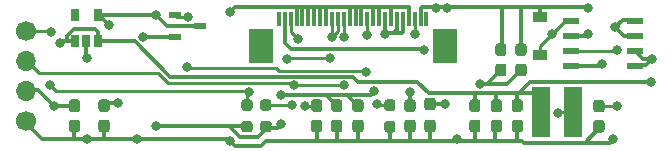
<source format=gbr>
%TF.GenerationSoftware,KiCad,Pcbnew,(5.1.9)-1*%
%TF.CreationDate,2021-03-01T22:37:49-08:00*%
%TF.ProjectId,SD1326_I2C_breakout,53443133-3236-45f4-9932-435f62726561,0.1b*%
%TF.SameCoordinates,Original*%
%TF.FileFunction,Copper,L2,Bot*%
%TF.FilePolarity,Positive*%
%FSLAX46Y46*%
G04 Gerber Fmt 4.6, Leading zero omitted, Abs format (unit mm)*
G04 Created by KiCad (PCBNEW (5.1.9)-1) date 2021-03-01 22:37:49*
%MOMM*%
%LPD*%
G01*
G04 APERTURE LIST*
%TA.AperFunction,ComponentPad*%
%ADD10C,1.700000*%
%TD*%
%TA.AperFunction,ComponentPad*%
%ADD11O,1.700000X1.700000*%
%TD*%
%TA.AperFunction,SMDPad,CuDef*%
%ADD12R,0.650000X1.060000*%
%TD*%
%TA.AperFunction,SMDPad,CuDef*%
%ADD13R,1.090000X0.610000*%
%TD*%
%TA.AperFunction,SMDPad,CuDef*%
%ADD14R,0.300000X1.250000*%
%TD*%
%TA.AperFunction,SMDPad,CuDef*%
%ADD15R,2.000000X3.000000*%
%TD*%
%TA.AperFunction,SMDPad,CuDef*%
%ADD16R,1.454899X0.532600*%
%TD*%
%TA.AperFunction,SMDPad,CuDef*%
%ADD17R,1.500000X4.200000*%
%TD*%
%TA.AperFunction,SMDPad,CuDef*%
%ADD18R,1.220000X0.910000*%
%TD*%
%TA.AperFunction,ViaPad*%
%ADD19C,0.800000*%
%TD*%
%TA.AperFunction,Conductor*%
%ADD20C,0.300000*%
%TD*%
%TA.AperFunction,Conductor*%
%ADD21C,0.250000*%
%TD*%
G04 APERTURE END LIST*
%TO.P,C13,2*%
%TO.N,GND*%
%TA.AperFunction,SMDPad,CuDef*%
G36*
G01*
X76472500Y-37815000D02*
X76947500Y-37815000D01*
G75*
G02*
X77185000Y-38052500I0J-237500D01*
G01*
X77185000Y-38652500D01*
G75*
G02*
X76947500Y-38890000I-237500J0D01*
G01*
X76472500Y-38890000D01*
G75*
G02*
X76235000Y-38652500I0J237500D01*
G01*
X76235000Y-38052500D01*
G75*
G02*
X76472500Y-37815000I237500J0D01*
G01*
G37*
%TD.AperFunction*%
%TO.P,C13,1*%
%TO.N,+3V3*%
%TA.AperFunction,SMDPad,CuDef*%
G36*
G01*
X76472500Y-36090000D02*
X76947500Y-36090000D01*
G75*
G02*
X77185000Y-36327500I0J-237500D01*
G01*
X77185000Y-36927500D01*
G75*
G02*
X76947500Y-37165000I-237500J0D01*
G01*
X76472500Y-37165000D01*
G75*
G02*
X76235000Y-36927500I0J237500D01*
G01*
X76235000Y-36327500D01*
G75*
G02*
X76472500Y-36090000I237500J0D01*
G01*
G37*
%TD.AperFunction*%
%TD*%
D10*
%TO.P,J1,4*%
%TO.N,GND*%
X70110000Y-37900000D03*
D11*
%TO.P,J1,3*%
%TO.N,+5V*%
X70110000Y-35360000D03*
%TO.P,J1,2*%
%TO.N,SCL*%
X70110000Y-32820000D03*
D10*
%TO.P,J1,1*%
%TO.N,SDA*%
X70110000Y-30280000D03*
%TD*%
D12*
%TO.P,U4,5*%
%TO.N,+3V3*%
X76160000Y-28990000D03*
%TO.P,U4,4*%
%TO.N,Net-(U4-Pad4)*%
X74260000Y-28990000D03*
%TO.P,U4,3*%
%TO.N,+5V*%
X74260000Y-31190000D03*
%TO.P,U4,2*%
%TO.N,GND*%
X75210000Y-31190000D03*
%TO.P,U4,1*%
%TO.N,+5V*%
X76160000Y-31190000D03*
%TD*%
D13*
%TO.P,U3,2*%
%TO.N,RES#*%
X82710000Y-28990000D03*
%TO.P,U3,3*%
%TO.N,+3V3*%
X84850000Y-29905000D03*
%TO.P,U3,1*%
%TO.N,GND*%
X82710000Y-30820000D03*
%TD*%
D14*
%TO.P,U2,25*%
%TO.N,+12V*%
X103510000Y-29290000D03*
%TO.P,U2,26*%
%TO.N,Net-(U2-Pad26)*%
X104010000Y-29290000D03*
%TO.P,U2,23*%
%TO.N,GND*%
X102510000Y-29290000D03*
%TO.P,U2,24*%
%TO.N,Net-(R3-Pad1)*%
X103010000Y-29290000D03*
%TO.P,U2,21*%
%TO.N,+3V3*%
X101510000Y-29290000D03*
%TO.P,U2,22*%
X102010000Y-29290000D03*
%TO.P,U2,19*%
X100510000Y-29290000D03*
%TO.P,U2,20*%
%TO.N,GND*%
X101010000Y-29290000D03*
%TO.P,U2,17*%
X99510000Y-29290000D03*
%TO.P,U2,18*%
X100010000Y-29290000D03*
%TO.P,U2,15*%
X98510000Y-29290000D03*
%TO.P,U2,16*%
%TO.N,RES#*%
X99010000Y-29290000D03*
%TO.P,U2,13*%
%TO.N,GND*%
X97510000Y-29290000D03*
%TO.P,U2,14*%
X98010000Y-29290000D03*
%TO.P,U2,11*%
%TO.N,SDA*%
X96510000Y-29290000D03*
%TO.P,U2,12*%
%TO.N,SCL*%
X97010000Y-29290000D03*
%TO.P,U2,9*%
%TO.N,GND*%
X95510000Y-29290000D03*
%TO.P,U2,10*%
%TO.N,SDA*%
X96010000Y-29290000D03*
%TO.P,U2,7*%
%TO.N,GND*%
X94510000Y-29290000D03*
%TO.P,U2,8*%
X95010000Y-29290000D03*
%TO.P,U2,5*%
X93510000Y-29290000D03*
%TO.P,U2,6*%
X94010000Y-29290000D03*
%TO.P,U2,3*%
%TO.N,Net-(C9-Pad1)*%
X92510000Y-29290000D03*
%TO.P,U2,4*%
%TO.N,GND*%
X93010000Y-29290000D03*
%TO.P,U2,1*%
%TO.N,Net-(U2-Pad1)*%
X91510000Y-29290000D03*
%TO.P,U2,2*%
%TO.N,+12V*%
X92010000Y-29290000D03*
D15*
%TO.P,U2,*%
%TO.N,*%
X89970000Y-31615000D03*
X105550000Y-31615000D03*
%TD*%
D16*
%TO.P,U1,8*%
%TO.N,Net-(D1-Pad2)*%
X116210000Y-29420000D03*
%TO.P,U1,7*%
%TO.N,+12V*%
X116210000Y-30690000D03*
%TO.P,U1,6*%
%TO.N,Net-(C6-Pad1)*%
X116210000Y-31960000D03*
%TO.P,U1,5*%
%TO.N,GND*%
X116210000Y-33230000D03*
%TO.P,U1,4*%
%TO.N,+5V*%
X121652696Y-33230000D03*
%TO.P,U1,3*%
X121652696Y-31960000D03*
%TO.P,U1,2*%
%TO.N,GND*%
X121652696Y-30690000D03*
%TO.P,U1,1*%
X121652696Y-29420000D03*
%TD*%
%TO.P,R3,2*%
%TO.N,GND*%
%TA.AperFunction,SMDPad,CuDef*%
G36*
G01*
X100672500Y-37927500D02*
X101147500Y-37927500D01*
G75*
G02*
X101385000Y-38165000I0J-237500D01*
G01*
X101385000Y-38665000D01*
G75*
G02*
X101147500Y-38902500I-237500J0D01*
G01*
X100672500Y-38902500D01*
G75*
G02*
X100435000Y-38665000I0J237500D01*
G01*
X100435000Y-38165000D01*
G75*
G02*
X100672500Y-37927500I237500J0D01*
G01*
G37*
%TD.AperFunction*%
%TO.P,R3,1*%
%TO.N,Net-(R3-Pad1)*%
%TA.AperFunction,SMDPad,CuDef*%
G36*
G01*
X100672500Y-36102500D02*
X101147500Y-36102500D01*
G75*
G02*
X101385000Y-36340000I0J-237500D01*
G01*
X101385000Y-36840000D01*
G75*
G02*
X101147500Y-37077500I-237500J0D01*
G01*
X100672500Y-37077500D01*
G75*
G02*
X100435000Y-36840000I0J237500D01*
G01*
X100435000Y-36340000D01*
G75*
G02*
X100672500Y-36102500I237500J0D01*
G01*
G37*
%TD.AperFunction*%
%TD*%
%TO.P,R2,2*%
%TO.N,+3V3*%
%TA.AperFunction,SMDPad,CuDef*%
G36*
G01*
X88572500Y-37915000D02*
X89047500Y-37915000D01*
G75*
G02*
X89285000Y-38152500I0J-237500D01*
G01*
X89285000Y-38652500D01*
G75*
G02*
X89047500Y-38890000I-237500J0D01*
G01*
X88572500Y-38890000D01*
G75*
G02*
X88335000Y-38652500I0J237500D01*
G01*
X88335000Y-38152500D01*
G75*
G02*
X88572500Y-37915000I237500J0D01*
G01*
G37*
%TD.AperFunction*%
%TO.P,R2,1*%
%TO.N,SDA*%
%TA.AperFunction,SMDPad,CuDef*%
G36*
G01*
X88572500Y-36090000D02*
X89047500Y-36090000D01*
G75*
G02*
X89285000Y-36327500I0J-237500D01*
G01*
X89285000Y-36827500D01*
G75*
G02*
X89047500Y-37065000I-237500J0D01*
G01*
X88572500Y-37065000D01*
G75*
G02*
X88335000Y-36827500I0J237500D01*
G01*
X88335000Y-36327500D01*
G75*
G02*
X88572500Y-36090000I237500J0D01*
G01*
G37*
%TD.AperFunction*%
%TD*%
%TO.P,R1,2*%
%TO.N,+3V3*%
%TA.AperFunction,SMDPad,CuDef*%
G36*
G01*
X90172500Y-37915000D02*
X90647500Y-37915000D01*
G75*
G02*
X90885000Y-38152500I0J-237500D01*
G01*
X90885000Y-38652500D01*
G75*
G02*
X90647500Y-38890000I-237500J0D01*
G01*
X90172500Y-38890000D01*
G75*
G02*
X89935000Y-38652500I0J237500D01*
G01*
X89935000Y-38152500D01*
G75*
G02*
X90172500Y-37915000I237500J0D01*
G01*
G37*
%TD.AperFunction*%
%TO.P,R1,1*%
%TO.N,SCL*%
%TA.AperFunction,SMDPad,CuDef*%
G36*
G01*
X90172500Y-36090000D02*
X90647500Y-36090000D01*
G75*
G02*
X90885000Y-36327500I0J-237500D01*
G01*
X90885000Y-36827500D01*
G75*
G02*
X90647500Y-37065000I-237500J0D01*
G01*
X90172500Y-37065000D01*
G75*
G02*
X89935000Y-36827500I0J237500D01*
G01*
X89935000Y-36327500D01*
G75*
G02*
X90172500Y-36090000I237500J0D01*
G01*
G37*
%TD.AperFunction*%
%TD*%
D17*
%TO.P,L1,1*%
%TO.N,+5V*%
X113710000Y-37190000D03*
%TO.P,L1,2*%
%TO.N,Net-(D1-Pad2)*%
X116410000Y-37190000D03*
%TD*%
D18*
%TO.P,D1,1*%
%TO.N,+12V*%
X113610000Y-29090000D03*
%TO.P,D1,2*%
%TO.N,Net-(D1-Pad2)*%
X113610000Y-32360000D03*
%TD*%
%TO.P,C12,2*%
%TO.N,GND*%
%TA.AperFunction,SMDPad,CuDef*%
G36*
G01*
X73972500Y-37815000D02*
X74447500Y-37815000D01*
G75*
G02*
X74685000Y-38052500I0J-237500D01*
G01*
X74685000Y-38652500D01*
G75*
G02*
X74447500Y-38890000I-237500J0D01*
G01*
X73972500Y-38890000D01*
G75*
G02*
X73735000Y-38652500I0J237500D01*
G01*
X73735000Y-38052500D01*
G75*
G02*
X73972500Y-37815000I237500J0D01*
G01*
G37*
%TD.AperFunction*%
%TO.P,C12,1*%
%TO.N,+5V*%
%TA.AperFunction,SMDPad,CuDef*%
G36*
G01*
X73972500Y-36090000D02*
X74447500Y-36090000D01*
G75*
G02*
X74685000Y-36327500I0J-237500D01*
G01*
X74685000Y-36927500D01*
G75*
G02*
X74447500Y-37165000I-237500J0D01*
G01*
X73972500Y-37165000D01*
G75*
G02*
X73735000Y-36927500I0J237500D01*
G01*
X73735000Y-36327500D01*
G75*
G02*
X73972500Y-36090000I237500J0D01*
G01*
G37*
%TD.AperFunction*%
%TD*%
%TO.P,C11,2*%
%TO.N,GND*%
%TA.AperFunction,SMDPad,CuDef*%
G36*
G01*
X96172500Y-37815000D02*
X96647500Y-37815000D01*
G75*
G02*
X96885000Y-38052500I0J-237500D01*
G01*
X96885000Y-38652500D01*
G75*
G02*
X96647500Y-38890000I-237500J0D01*
G01*
X96172500Y-38890000D01*
G75*
G02*
X95935000Y-38652500I0J237500D01*
G01*
X95935000Y-38052500D01*
G75*
G02*
X96172500Y-37815000I237500J0D01*
G01*
G37*
%TD.AperFunction*%
%TO.P,C11,1*%
%TO.N,+3V3*%
%TA.AperFunction,SMDPad,CuDef*%
G36*
G01*
X96172500Y-36090000D02*
X96647500Y-36090000D01*
G75*
G02*
X96885000Y-36327500I0J-237500D01*
G01*
X96885000Y-36927500D01*
G75*
G02*
X96647500Y-37165000I-237500J0D01*
G01*
X96172500Y-37165000D01*
G75*
G02*
X95935000Y-36927500I0J237500D01*
G01*
X95935000Y-36327500D01*
G75*
G02*
X96172500Y-36090000I237500J0D01*
G01*
G37*
%TD.AperFunction*%
%TD*%
%TO.P,C10,2*%
%TO.N,GND*%
%TA.AperFunction,SMDPad,CuDef*%
G36*
G01*
X97972500Y-37815000D02*
X98447500Y-37815000D01*
G75*
G02*
X98685000Y-38052500I0J-237500D01*
G01*
X98685000Y-38652500D01*
G75*
G02*
X98447500Y-38890000I-237500J0D01*
G01*
X97972500Y-38890000D01*
G75*
G02*
X97735000Y-38652500I0J237500D01*
G01*
X97735000Y-38052500D01*
G75*
G02*
X97972500Y-37815000I237500J0D01*
G01*
G37*
%TD.AperFunction*%
%TO.P,C10,1*%
%TO.N,+3V3*%
%TA.AperFunction,SMDPad,CuDef*%
G36*
G01*
X97972500Y-36090000D02*
X98447500Y-36090000D01*
G75*
G02*
X98685000Y-36327500I0J-237500D01*
G01*
X98685000Y-36927500D01*
G75*
G02*
X98447500Y-37165000I-237500J0D01*
G01*
X97972500Y-37165000D01*
G75*
G02*
X97735000Y-36927500I0J237500D01*
G01*
X97735000Y-36327500D01*
G75*
G02*
X97972500Y-36090000I237500J0D01*
G01*
G37*
%TD.AperFunction*%
%TD*%
%TO.P,C9,2*%
%TO.N,GND*%
%TA.AperFunction,SMDPad,CuDef*%
G36*
G01*
X94472500Y-37815000D02*
X94947500Y-37815000D01*
G75*
G02*
X95185000Y-38052500I0J-237500D01*
G01*
X95185000Y-38652500D01*
G75*
G02*
X94947500Y-38890000I-237500J0D01*
G01*
X94472500Y-38890000D01*
G75*
G02*
X94235000Y-38652500I0J237500D01*
G01*
X94235000Y-38052500D01*
G75*
G02*
X94472500Y-37815000I237500J0D01*
G01*
G37*
%TD.AperFunction*%
%TO.P,C9,1*%
%TO.N,Net-(C9-Pad1)*%
%TA.AperFunction,SMDPad,CuDef*%
G36*
G01*
X94472500Y-36090000D02*
X94947500Y-36090000D01*
G75*
G02*
X95185000Y-36327500I0J-237500D01*
G01*
X95185000Y-36927500D01*
G75*
G02*
X94947500Y-37165000I-237500J0D01*
G01*
X94472500Y-37165000D01*
G75*
G02*
X94235000Y-36927500I0J237500D01*
G01*
X94235000Y-36327500D01*
G75*
G02*
X94472500Y-36090000I237500J0D01*
G01*
G37*
%TD.AperFunction*%
%TD*%
%TO.P,Ce,2*%
%TO.N,GND*%
%TA.AperFunction,SMDPad,CuDef*%
G36*
G01*
X102372500Y-37815000D02*
X102847500Y-37815000D01*
G75*
G02*
X103085000Y-38052500I0J-237500D01*
G01*
X103085000Y-38652500D01*
G75*
G02*
X102847500Y-38890000I-237500J0D01*
G01*
X102372500Y-38890000D01*
G75*
G02*
X102135000Y-38652500I0J237500D01*
G01*
X102135000Y-38052500D01*
G75*
G02*
X102372500Y-37815000I237500J0D01*
G01*
G37*
%TD.AperFunction*%
%TO.P,Ce,1*%
%TO.N,+12V*%
%TA.AperFunction,SMDPad,CuDef*%
G36*
G01*
X102372500Y-36090000D02*
X102847500Y-36090000D01*
G75*
G02*
X103085000Y-36327500I0J-237500D01*
G01*
X103085000Y-36927500D01*
G75*
G02*
X102847500Y-37165000I-237500J0D01*
G01*
X102372500Y-37165000D01*
G75*
G02*
X102135000Y-36927500I0J237500D01*
G01*
X102135000Y-36327500D01*
G75*
G02*
X102372500Y-36090000I237500J0D01*
G01*
G37*
%TD.AperFunction*%
%TD*%
%TO.P,C7,2*%
%TO.N,GND*%
%TA.AperFunction,SMDPad,CuDef*%
G36*
G01*
X104072500Y-37815000D02*
X104547500Y-37815000D01*
G75*
G02*
X104785000Y-38052500I0J-237500D01*
G01*
X104785000Y-38652500D01*
G75*
G02*
X104547500Y-38890000I-237500J0D01*
G01*
X104072500Y-38890000D01*
G75*
G02*
X103835000Y-38652500I0J237500D01*
G01*
X103835000Y-38052500D01*
G75*
G02*
X104072500Y-37815000I237500J0D01*
G01*
G37*
%TD.AperFunction*%
%TO.P,C7,1*%
%TO.N,+12V*%
%TA.AperFunction,SMDPad,CuDef*%
G36*
G01*
X104072500Y-35952500D02*
X104547500Y-35952500D01*
G75*
G02*
X104785000Y-36190000I0J-237500D01*
G01*
X104785000Y-36790000D01*
G75*
G02*
X104547500Y-37027500I-237500J0D01*
G01*
X104072500Y-37027500D01*
G75*
G02*
X103835000Y-36790000I0J237500D01*
G01*
X103835000Y-36190000D01*
G75*
G02*
X104072500Y-35952500I237500J0D01*
G01*
G37*
%TD.AperFunction*%
%TD*%
%TO.P,C6,2*%
%TO.N,GND*%
%TA.AperFunction,SMDPad,CuDef*%
G36*
G01*
X118372500Y-37852500D02*
X118847500Y-37852500D01*
G75*
G02*
X119085000Y-38090000I0J-237500D01*
G01*
X119085000Y-38690000D01*
G75*
G02*
X118847500Y-38927500I-237500J0D01*
G01*
X118372500Y-38927500D01*
G75*
G02*
X118135000Y-38690000I0J237500D01*
G01*
X118135000Y-38090000D01*
G75*
G02*
X118372500Y-37852500I237500J0D01*
G01*
G37*
%TD.AperFunction*%
%TO.P,C6,1*%
%TO.N,Net-(C6-Pad1)*%
%TA.AperFunction,SMDPad,CuDef*%
G36*
G01*
X118372500Y-36127500D02*
X118847500Y-36127500D01*
G75*
G02*
X119085000Y-36365000I0J-237500D01*
G01*
X119085000Y-36965000D01*
G75*
G02*
X118847500Y-37202500I-237500J0D01*
G01*
X118372500Y-37202500D01*
G75*
G02*
X118135000Y-36965000I0J237500D01*
G01*
X118135000Y-36365000D01*
G75*
G02*
X118372500Y-36127500I237500J0D01*
G01*
G37*
%TD.AperFunction*%
%TD*%
%TO.P,C5,2*%
%TO.N,GND*%
%TA.AperFunction,SMDPad,CuDef*%
G36*
G01*
X111472500Y-37815000D02*
X111947500Y-37815000D01*
G75*
G02*
X112185000Y-38052500I0J-237500D01*
G01*
X112185000Y-38652500D01*
G75*
G02*
X111947500Y-38890000I-237500J0D01*
G01*
X111472500Y-38890000D01*
G75*
G02*
X111235000Y-38652500I0J237500D01*
G01*
X111235000Y-38052500D01*
G75*
G02*
X111472500Y-37815000I237500J0D01*
G01*
G37*
%TD.AperFunction*%
%TO.P,C5,1*%
%TO.N,+5V*%
%TA.AperFunction,SMDPad,CuDef*%
G36*
G01*
X111472500Y-36090000D02*
X111947500Y-36090000D01*
G75*
G02*
X112185000Y-36327500I0J-237500D01*
G01*
X112185000Y-36927500D01*
G75*
G02*
X111947500Y-37165000I-237500J0D01*
G01*
X111472500Y-37165000D01*
G75*
G02*
X111235000Y-36927500I0J237500D01*
G01*
X111235000Y-36327500D01*
G75*
G02*
X111472500Y-36090000I237500J0D01*
G01*
G37*
%TD.AperFunction*%
%TD*%
%TO.P,C4,2*%
%TO.N,GND*%
%TA.AperFunction,SMDPad,CuDef*%
G36*
G01*
X109702500Y-37815000D02*
X110177500Y-37815000D01*
G75*
G02*
X110415000Y-38052500I0J-237500D01*
G01*
X110415000Y-38652500D01*
G75*
G02*
X110177500Y-38890000I-237500J0D01*
G01*
X109702500Y-38890000D01*
G75*
G02*
X109465000Y-38652500I0J237500D01*
G01*
X109465000Y-38052500D01*
G75*
G02*
X109702500Y-37815000I237500J0D01*
G01*
G37*
%TD.AperFunction*%
%TO.P,C4,1*%
%TO.N,+5V*%
%TA.AperFunction,SMDPad,CuDef*%
G36*
G01*
X109702500Y-36090000D02*
X110177500Y-36090000D01*
G75*
G02*
X110415000Y-36327500I0J-237500D01*
G01*
X110415000Y-36927500D01*
G75*
G02*
X110177500Y-37165000I-237500J0D01*
G01*
X109702500Y-37165000D01*
G75*
G02*
X109465000Y-36927500I0J237500D01*
G01*
X109465000Y-36327500D01*
G75*
G02*
X109702500Y-36090000I237500J0D01*
G01*
G37*
%TD.AperFunction*%
%TD*%
%TO.P,C3,2*%
%TO.N,GND*%
%TA.AperFunction,SMDPad,CuDef*%
G36*
G01*
X107872500Y-37815000D02*
X108347500Y-37815000D01*
G75*
G02*
X108585000Y-38052500I0J-237500D01*
G01*
X108585000Y-38652500D01*
G75*
G02*
X108347500Y-38890000I-237500J0D01*
G01*
X107872500Y-38890000D01*
G75*
G02*
X107635000Y-38652500I0J237500D01*
G01*
X107635000Y-38052500D01*
G75*
G02*
X107872500Y-37815000I237500J0D01*
G01*
G37*
%TD.AperFunction*%
%TO.P,C3,1*%
%TO.N,+5V*%
%TA.AperFunction,SMDPad,CuDef*%
G36*
G01*
X107872500Y-36090000D02*
X108347500Y-36090000D01*
G75*
G02*
X108585000Y-36327500I0J-237500D01*
G01*
X108585000Y-36927500D01*
G75*
G02*
X108347500Y-37165000I-237500J0D01*
G01*
X107872500Y-37165000D01*
G75*
G02*
X107635000Y-36927500I0J237500D01*
G01*
X107635000Y-36327500D01*
G75*
G02*
X107872500Y-36090000I237500J0D01*
G01*
G37*
%TD.AperFunction*%
%TD*%
%TO.P,C2,2*%
%TO.N,GND*%
%TA.AperFunction,SMDPad,CuDef*%
G36*
G01*
X110072500Y-33077500D02*
X110547500Y-33077500D01*
G75*
G02*
X110785000Y-33315000I0J-237500D01*
G01*
X110785000Y-33915000D01*
G75*
G02*
X110547500Y-34152500I-237500J0D01*
G01*
X110072500Y-34152500D01*
G75*
G02*
X109835000Y-33915000I0J237500D01*
G01*
X109835000Y-33315000D01*
G75*
G02*
X110072500Y-33077500I237500J0D01*
G01*
G37*
%TD.AperFunction*%
%TO.P,C2,1*%
%TO.N,+12V*%
%TA.AperFunction,SMDPad,CuDef*%
G36*
G01*
X110072500Y-31352500D02*
X110547500Y-31352500D01*
G75*
G02*
X110785000Y-31590000I0J-237500D01*
G01*
X110785000Y-32190000D01*
G75*
G02*
X110547500Y-32427500I-237500J0D01*
G01*
X110072500Y-32427500D01*
G75*
G02*
X109835000Y-32190000I0J237500D01*
G01*
X109835000Y-31590000D01*
G75*
G02*
X110072500Y-31352500I237500J0D01*
G01*
G37*
%TD.AperFunction*%
%TD*%
%TO.P,C1,2*%
%TO.N,GND*%
%TA.AperFunction,SMDPad,CuDef*%
G36*
G01*
X111772500Y-33077500D02*
X112247500Y-33077500D01*
G75*
G02*
X112485000Y-33315000I0J-237500D01*
G01*
X112485000Y-33915000D01*
G75*
G02*
X112247500Y-34152500I-237500J0D01*
G01*
X111772500Y-34152500D01*
G75*
G02*
X111535000Y-33915000I0J237500D01*
G01*
X111535000Y-33315000D01*
G75*
G02*
X111772500Y-33077500I237500J0D01*
G01*
G37*
%TD.AperFunction*%
%TO.P,C1,1*%
%TO.N,+12V*%
%TA.AperFunction,SMDPad,CuDef*%
G36*
G01*
X111772500Y-31352500D02*
X112247500Y-31352500D01*
G75*
G02*
X112485000Y-31590000I0J-237500D01*
G01*
X112485000Y-32190000D01*
G75*
G02*
X112247500Y-32427500I-237500J0D01*
G01*
X111772500Y-32427500D01*
G75*
G02*
X111535000Y-32190000I0J237500D01*
G01*
X111535000Y-31590000D01*
G75*
G02*
X111772500Y-31352500I237500J0D01*
G01*
G37*
%TD.AperFunction*%
%TD*%
D19*
%TO.N,GND*%
X75310002Y-39489998D03*
X80010000Y-30790000D03*
X79510000Y-39490000D03*
X120010000Y-29990000D03*
X106610000Y-39490000D03*
X108510000Y-34790000D03*
X119810000Y-39490000D03*
X118910000Y-33090000D03*
X75310000Y-32590000D03*
X87410000Y-28690000D03*
X87410004Y-39610000D03*
%TO.N,+12V*%
X117710000Y-30590000D03*
X117710000Y-28390000D03*
X105610000Y-36490000D03*
X102610000Y-35490010D03*
X103809996Y-31890000D03*
X104810000Y-28340012D03*
X105710000Y-28340024D03*
%TO.N,+5V*%
X72510000Y-36690000D03*
X73010000Y-31290000D03*
X123100000Y-32700000D03*
X123000000Y-34600000D03*
%TO.N,Net-(C6-Pad1)*%
X120110000Y-36690000D03*
X120109994Y-31890000D03*
%TO.N,Net-(C9-Pad1)*%
X93705614Y-36685614D03*
X93110000Y-30990000D03*
%TO.N,+3V3*%
X81110000Y-28990000D03*
X77110000Y-29790000D03*
X91710000Y-38190000D03*
X99610000Y-35390000D03*
X77910000Y-36390000D03*
X91710000Y-35689998D03*
X100509992Y-30590000D03*
X81110000Y-38389996D03*
%TO.N,Net-(D1-Pad2)*%
X115110000Y-37290000D03*
X114610000Y-30589990D03*
%TO.N,SCL*%
X92610000Y-36590000D03*
X92810000Y-34915021D03*
X97010000Y-34915021D03*
X97022657Y-30802663D03*
%TO.N,SDA*%
X72203857Y-30376177D03*
X72160000Y-34890000D03*
X89010000Y-35490000D03*
X95810000Y-32590001D03*
X96010000Y-30790000D03*
X92210000Y-32689999D03*
%TO.N,Net-(R3-Pad1)*%
X99810000Y-36490000D03*
X103010000Y-30590000D03*
%TO.N,RES#*%
X83810000Y-29090000D03*
X83710000Y-33390000D03*
X98869071Y-33740010D03*
X99009999Y-30640007D03*
%TD*%
D20*
%TO.N,GND*%
X70110000Y-38110000D02*
X71490000Y-39490000D01*
X77310000Y-39490000D02*
X79510000Y-39490000D01*
X76310000Y-39490000D02*
X75310000Y-39490000D01*
X74310000Y-39490000D02*
X75310000Y-39490000D01*
X75310000Y-39490000D02*
X75310002Y-39489998D01*
X80040000Y-30820000D02*
X80010000Y-30790000D01*
X82710000Y-30820000D02*
X80040000Y-30820000D01*
X96810000Y-39590000D02*
X98610000Y-39590000D01*
X100940000Y-39560000D02*
X100910000Y-39590000D01*
X98610000Y-39590000D02*
X100910000Y-39590000D01*
X97510000Y-29290000D02*
X97510001Y-28384999D01*
X100010000Y-29290000D02*
X100010000Y-28390000D01*
X99510000Y-28384998D02*
X99510000Y-29290000D01*
X93510000Y-29290000D02*
X93510000Y-28490000D01*
X93510000Y-28490000D02*
X93510000Y-28290000D01*
X93010000Y-28290000D02*
X93010000Y-29290000D01*
X94010000Y-28290000D02*
X93010000Y-28290000D01*
X94010000Y-29290000D02*
X94010000Y-28290000D01*
X94510000Y-28490000D02*
X94510000Y-29290000D01*
X94510000Y-28290000D02*
X94510000Y-28490000D01*
X95010000Y-28290000D02*
X94510000Y-28290000D01*
X95010000Y-29290000D02*
X95010000Y-28290000D01*
X94010000Y-28290000D02*
X94510000Y-28290000D01*
X97510001Y-28384999D02*
X97510001Y-28290001D01*
X98010000Y-29290000D02*
X98010000Y-28290000D01*
X98010000Y-28290000D02*
X97210000Y-28290000D01*
X98510000Y-29290000D02*
X98510000Y-28290000D01*
X98610000Y-28290000D02*
X98010000Y-28290000D01*
X98510000Y-28290000D02*
X98610000Y-28290000D01*
X99510000Y-28384998D02*
X99510000Y-28290000D01*
X100010000Y-28390000D02*
X100010000Y-28290000D01*
X98610000Y-28290000D02*
X99510000Y-28290000D01*
X99510000Y-28290000D02*
X100010000Y-28290000D01*
X102510000Y-28290000D02*
X102510000Y-29290000D01*
X101010000Y-28290000D02*
X101010000Y-29290000D01*
X100010000Y-28290000D02*
X101010000Y-28290000D01*
X101010000Y-28290000D02*
X102510000Y-28290000D01*
X100910000Y-39590000D02*
X100910000Y-38415000D01*
X120710000Y-30690000D02*
X120010000Y-29990000D01*
X121610000Y-30690000D02*
X120710000Y-30690000D01*
X121310000Y-29390000D02*
X120610000Y-29390000D01*
X120610000Y-29390000D02*
X120010000Y-29990000D01*
X109135000Y-34790000D02*
X110310000Y-33615000D01*
X108510000Y-34790000D02*
X109135000Y-34790000D01*
X110835000Y-34790000D02*
X112010000Y-33615000D01*
X109135000Y-34790000D02*
X110835000Y-34790000D01*
X117410000Y-39790000D02*
X118810000Y-38390000D01*
X106510000Y-39590000D02*
X106610000Y-39490000D01*
X104310000Y-39590000D02*
X106510000Y-39590000D01*
X104310000Y-38352500D02*
X104310000Y-39590000D01*
X100910000Y-39590000D02*
X102710000Y-39590000D01*
X102610000Y-39590000D02*
X104410000Y-39590000D01*
X102610000Y-38390000D02*
X102610000Y-39590000D01*
X96410000Y-38352500D02*
X96410000Y-39590000D01*
X96410000Y-39590000D02*
X96810000Y-39590000D01*
X98210000Y-39590000D02*
X98610000Y-39590000D01*
X98210000Y-38490000D02*
X98210000Y-39590000D01*
X95510000Y-28390000D02*
X95610000Y-28290000D01*
X95510000Y-29290000D02*
X95510000Y-28390000D01*
X95610000Y-28290000D02*
X97210000Y-28290000D01*
X95010000Y-28290000D02*
X95610000Y-28290000D01*
X112110000Y-39590000D02*
X112310000Y-39790000D01*
X106610000Y-39490000D02*
X106710000Y-39590000D01*
X109810000Y-38600000D02*
X109940000Y-38470000D01*
X109810000Y-39590000D02*
X109810000Y-38600000D01*
X108110000Y-38470000D02*
X108110000Y-39590000D01*
X111710000Y-38352500D02*
X111710000Y-39590000D01*
X111710000Y-39590000D02*
X112110000Y-39590000D01*
X106710000Y-39590000D02*
X111710000Y-39590000D01*
X112310000Y-39790000D02*
X117410000Y-39790000D01*
X119510000Y-39790000D02*
X117410000Y-39790000D01*
X119810000Y-39490000D02*
X119510000Y-39790000D01*
X118770000Y-33230000D02*
X118910000Y-33090000D01*
X116350000Y-33230000D02*
X118770000Y-33230000D01*
X76710000Y-39390000D02*
X76810000Y-39490000D01*
X76710000Y-38390000D02*
X76710000Y-39390000D01*
X76810000Y-39490000D02*
X77310000Y-39490000D01*
X76310000Y-39490000D02*
X76810000Y-39490000D01*
X74210000Y-38352500D02*
X74210000Y-39490000D01*
X74210000Y-39490000D02*
X74310000Y-39490000D01*
X71490000Y-39490000D02*
X74210000Y-39490000D01*
X75210000Y-32490000D02*
X75310000Y-32590000D01*
X75210000Y-31190000D02*
X75210000Y-32490000D01*
X94810000Y-39590000D02*
X96410000Y-39590000D01*
X94710000Y-39490000D02*
X94810000Y-39590000D01*
X94710000Y-38352500D02*
X94710000Y-39490000D01*
X93010000Y-28290000D02*
X87809999Y-28290001D01*
X87809999Y-28290001D02*
X87410000Y-28690000D01*
X79510000Y-39490000D02*
X87290004Y-39490000D01*
X87290004Y-39490000D02*
X87410004Y-39610000D01*
X89990001Y-40009999D02*
X87810003Y-40009999D01*
X87810003Y-40009999D02*
X87410004Y-39610000D01*
X90410000Y-39590000D02*
X89990001Y-40009999D01*
X94710000Y-39590000D02*
X90410000Y-39590000D01*
%TO.N,+12V*%
X117610000Y-30690000D02*
X117710000Y-30590000D01*
X116210000Y-30690000D02*
X117610000Y-30690000D01*
X103510000Y-28384998D02*
X103510000Y-29290000D01*
X103604998Y-28290000D02*
X103510000Y-28384998D01*
X107010000Y-28290000D02*
X103604998Y-28290000D01*
X108510000Y-28290000D02*
X107010000Y-28290000D01*
X117610000Y-28290000D02*
X117710000Y-28390000D01*
X108510000Y-28290000D02*
X110410000Y-28290000D01*
X113610000Y-28290000D02*
X113610000Y-29090000D01*
X110410000Y-28290000D02*
X113610000Y-28290000D01*
X113610000Y-28290000D02*
X117610000Y-28290000D01*
X112010000Y-28290000D02*
X108510000Y-28290000D01*
X112010000Y-31890000D02*
X112010000Y-28290000D01*
X110410000Y-28290000D02*
X107010000Y-28290000D01*
X110410000Y-31790000D02*
X110410000Y-28290000D01*
X110310000Y-31890000D02*
X110410000Y-31790000D01*
X104310000Y-36490000D02*
X105610000Y-36490000D01*
X102610000Y-36665000D02*
X102610000Y-35490010D01*
X92560001Y-31840001D02*
X103759997Y-31840001D01*
X103759997Y-31840001D02*
X103809996Y-31890000D01*
X92010000Y-31290000D02*
X92560001Y-31840001D01*
X92010000Y-29290000D02*
X92010000Y-31290000D01*
%TO.N,+5V*%
X74260000Y-31190000D02*
X74260000Y-31420000D01*
X73585000Y-31190000D02*
X74260000Y-31190000D01*
X73585000Y-30765000D02*
X74210000Y-30140000D01*
X73585000Y-31190000D02*
X73585000Y-30765000D01*
X76160000Y-30360000D02*
X76160000Y-31190000D01*
X75940000Y-30140000D02*
X76160000Y-30360000D01*
X74210000Y-30140000D02*
X75940000Y-30140000D01*
X109910000Y-36715000D02*
X109940000Y-36745000D01*
X109910000Y-35590000D02*
X109910000Y-36715000D01*
X108110000Y-35590000D02*
X108110000Y-36745000D01*
X108010000Y-35590000D02*
X107997510Y-35602490D01*
X105410000Y-35590000D02*
X108010000Y-35590000D01*
X109932880Y-35590000D02*
X107910000Y-35590000D01*
X113910000Y-35690000D02*
X113810000Y-35590000D01*
X111710000Y-36765000D02*
X111710000Y-35590000D01*
X111810000Y-35590000D02*
X109932880Y-35590000D01*
X113810000Y-35590000D02*
X111810000Y-35590000D01*
X74210000Y-36627500D02*
X72572500Y-36627500D01*
X72572500Y-36627500D02*
X72510000Y-36690000D01*
X73585000Y-31190000D02*
X73110000Y-31190000D01*
X73110000Y-31190000D02*
X73010000Y-31290000D01*
X76160000Y-31190000D02*
X79299998Y-31190000D01*
X104199998Y-35590000D02*
X105310000Y-35590000D01*
X79299998Y-31190000D02*
X82275009Y-34165011D01*
X82275009Y-34165011D02*
X97785011Y-34165011D01*
X103199998Y-34590000D02*
X104199998Y-35590000D01*
X97785011Y-34165011D02*
X98210000Y-34590000D01*
X98210000Y-34590000D02*
X103199998Y-34590000D01*
X71140000Y-35320000D02*
X72510000Y-36690000D01*
X70360000Y-35320000D02*
X71140000Y-35320000D01*
X70110000Y-35570000D02*
X70360000Y-35320000D01*
X122610000Y-33190000D02*
X123100000Y-32700000D01*
X121610000Y-33190000D02*
X122610000Y-33190000D01*
X122320000Y-32700000D02*
X123100000Y-32700000D01*
X121710000Y-32090000D02*
X122320000Y-32700000D01*
X111810000Y-35590000D02*
X112800000Y-34600000D01*
X112800000Y-34600000D02*
X122434315Y-34600000D01*
X122434315Y-34600000D02*
X123000000Y-34600000D01*
D21*
%TO.N,Net-(C6-Pad1)*%
X118635000Y-36690000D02*
X118610000Y-36665000D01*
X120110000Y-36690000D02*
X118635000Y-36690000D01*
X116210000Y-31960000D02*
X120039994Y-31960000D01*
X120039994Y-31960000D02*
X120109994Y-31890000D01*
%TO.N,Net-(C9-Pad1)*%
X93763728Y-36627500D02*
X93705614Y-36685614D01*
X94710000Y-36627500D02*
X93763728Y-36627500D01*
X92510000Y-30390000D02*
X93110000Y-30990000D01*
X92510000Y-29290000D02*
X92510000Y-30390000D01*
D20*
%TO.N,+3V3*%
X76310000Y-28990000D02*
X77110000Y-29790000D01*
X76160000Y-28990000D02*
X76310000Y-28990000D01*
X76160000Y-28990000D02*
X81110000Y-28990000D01*
X82025000Y-29905000D02*
X84850000Y-29905000D01*
X81110000Y-28990000D02*
X82025000Y-29905000D01*
X90410000Y-38190000D02*
X90747500Y-38190000D01*
X100510000Y-30500002D02*
X100510000Y-29290000D01*
X101510000Y-30195002D02*
X101510000Y-29290000D01*
X101205000Y-30500002D02*
X101510000Y-30195002D01*
X100510000Y-30500002D02*
X101205000Y-30500002D01*
X102010000Y-30390000D02*
X102010000Y-29290000D01*
X101899998Y-30500002D02*
X102010000Y-30390000D01*
X101205000Y-30500002D02*
X101899998Y-30500002D01*
X76947500Y-36390000D02*
X76710000Y-36627500D01*
X77910000Y-36390000D02*
X76947500Y-36390000D01*
X95472500Y-35690000D02*
X96410000Y-36627500D01*
X94710000Y-35690000D02*
X95472500Y-35690000D01*
X99310000Y-35690000D02*
X99610000Y-35390000D01*
X96810000Y-35690000D02*
X99310000Y-35690000D01*
X97272500Y-35690000D02*
X98210000Y-36627500D01*
X94984942Y-35690000D02*
X97272500Y-35690000D01*
X94984940Y-35689998D02*
X94984942Y-35690000D01*
X91710000Y-35689998D02*
X94984940Y-35689998D01*
X100510000Y-30500002D02*
X100510000Y-30589992D01*
X100510000Y-30589992D02*
X100509992Y-30590000D01*
X88810000Y-38402500D02*
X88810000Y-38390000D01*
X88810000Y-38390000D02*
X87210000Y-38390000D01*
X91410000Y-38490000D02*
X91710000Y-38190000D01*
X90710000Y-38490000D02*
X91410000Y-38490000D01*
X90410000Y-38190000D02*
X90710000Y-38490000D01*
X87310000Y-38390000D02*
X88210000Y-39290000D01*
X87210000Y-38390000D02*
X87310000Y-38390000D01*
X88210000Y-39290000D02*
X89710000Y-39290000D01*
X90410000Y-38590000D02*
X90410000Y-38190000D01*
X89710000Y-39290000D02*
X90410000Y-38590000D01*
X87210000Y-38390000D02*
X81110004Y-38390000D01*
X81110004Y-38390000D02*
X81110000Y-38389996D01*
D21*
%TO.N,Net-(D1-Pad2)*%
X115210000Y-37190000D02*
X115110000Y-37290000D01*
X116410000Y-37190000D02*
X115210000Y-37190000D01*
X115779990Y-29420000D02*
X114610000Y-30589990D01*
X113610000Y-31589990D02*
X114610000Y-30589990D01*
X116210000Y-29420000D02*
X115779990Y-29420000D01*
X113610000Y-32390000D02*
X113610000Y-31589990D01*
%TO.N,SCL*%
X92597500Y-36577500D02*
X92610000Y-36590000D01*
X90410000Y-36577500D02*
X92597500Y-36577500D01*
X92810000Y-34915021D02*
X93375685Y-34915021D01*
X93375685Y-34915021D02*
X97010000Y-34915021D01*
X97010000Y-30790006D02*
X97022657Y-30802663D01*
X97010000Y-29290000D02*
X97010000Y-30790006D01*
X92584979Y-34690000D02*
X92810000Y-34915021D01*
X82128232Y-34690000D02*
X92584979Y-34690000D01*
X71169999Y-33879999D02*
X81318231Y-33879999D01*
X81318231Y-33879999D02*
X82128232Y-34690000D01*
X70320000Y-33030000D02*
X71169999Y-33879999D01*
X70110000Y-33030000D02*
X70320000Y-33030000D01*
%TO.N,SDA*%
X72660000Y-35390000D02*
X87710000Y-35390000D01*
X72160000Y-34890000D02*
X72660000Y-35390000D01*
X87710000Y-35390000D02*
X88910000Y-35390000D01*
X88910000Y-35390000D02*
X89010000Y-35490000D01*
X96510000Y-29290000D02*
X96510000Y-30290000D01*
X96010000Y-29290000D02*
X96010000Y-30790000D01*
X96510000Y-30290000D02*
X96010000Y-30790000D01*
X95810000Y-32590001D02*
X92309998Y-32590001D01*
X92309998Y-32590001D02*
X92210000Y-32689999D01*
X88810000Y-35690000D02*
X89010000Y-35490000D01*
X88810000Y-36577500D02*
X88810000Y-35690000D01*
X72107680Y-30280000D02*
X72203857Y-30376177D01*
X70320000Y-30280000D02*
X72107680Y-30280000D01*
X70110000Y-30490000D02*
X70320000Y-30280000D01*
%TO.N,Net-(R3-Pad1)*%
X99910000Y-36590000D02*
X99810000Y-36490000D01*
X100910000Y-36590000D02*
X99910000Y-36590000D01*
X103010000Y-30590000D02*
X103010000Y-29290000D01*
%TO.N,RES#*%
X82810000Y-29090000D02*
X82710000Y-28990000D01*
X83810000Y-29090000D02*
X82810000Y-29090000D01*
X98819061Y-33690000D02*
X98869071Y-33740010D01*
X91493462Y-33690000D02*
X98819061Y-33690000D01*
X83710000Y-33390000D02*
X83760001Y-33440001D01*
X83760001Y-33440001D02*
X91243463Y-33440001D01*
X91243463Y-33440001D02*
X91493462Y-33690000D01*
X99010000Y-29290000D02*
X99009999Y-30165001D01*
X99009999Y-30165001D02*
X99009999Y-30640007D01*
%TD*%
M02*

</source>
